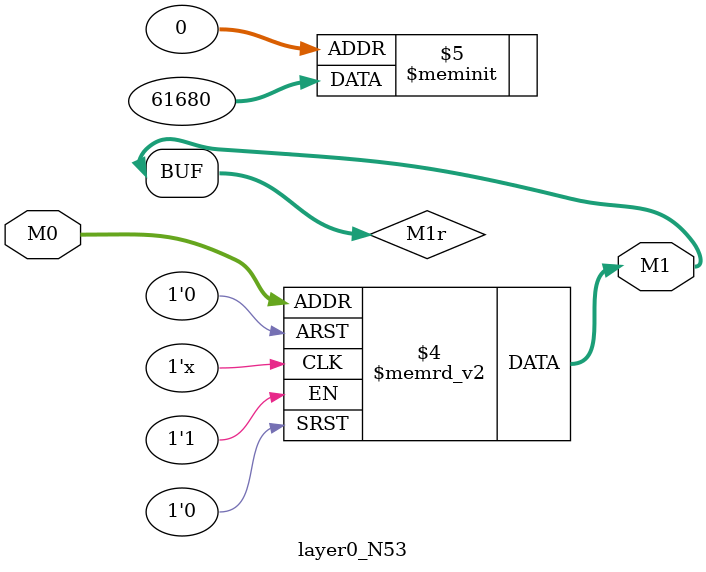
<source format=v>
module layer0_N53 ( input [3:0] M0, output [1:0] M1 );

	(*rom_style = "distributed" *) reg [1:0] M1r;
	assign M1 = M1r;
	always @ (M0) begin
		case (M0)
			4'b0000: M1r = 2'b00;
			4'b1000: M1r = 2'b00;
			4'b0100: M1r = 2'b00;
			4'b1100: M1r = 2'b00;
			4'b0010: M1r = 2'b11;
			4'b1010: M1r = 2'b00;
			4'b0110: M1r = 2'b11;
			4'b1110: M1r = 2'b00;
			4'b0001: M1r = 2'b00;
			4'b1001: M1r = 2'b00;
			4'b0101: M1r = 2'b00;
			4'b1101: M1r = 2'b00;
			4'b0011: M1r = 2'b11;
			4'b1011: M1r = 2'b00;
			4'b0111: M1r = 2'b11;
			4'b1111: M1r = 2'b00;

		endcase
	end
endmodule

</source>
